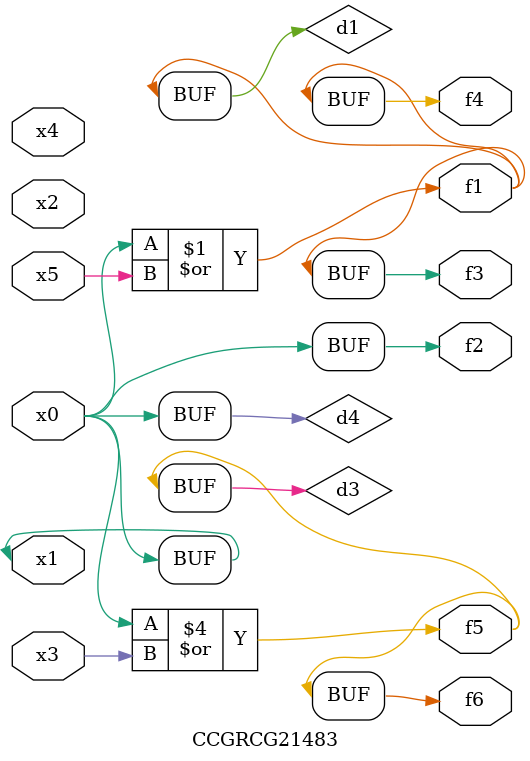
<source format=v>
module CCGRCG21483(
	input x0, x1, x2, x3, x4, x5,
	output f1, f2, f3, f4, f5, f6
);

	wire d1, d2, d3, d4;

	or (d1, x0, x5);
	xnor (d2, x1, x4);
	or (d3, x0, x3);
	buf (d4, x0, x1);
	assign f1 = d1;
	assign f2 = d4;
	assign f3 = d1;
	assign f4 = d1;
	assign f5 = d3;
	assign f6 = d3;
endmodule

</source>
